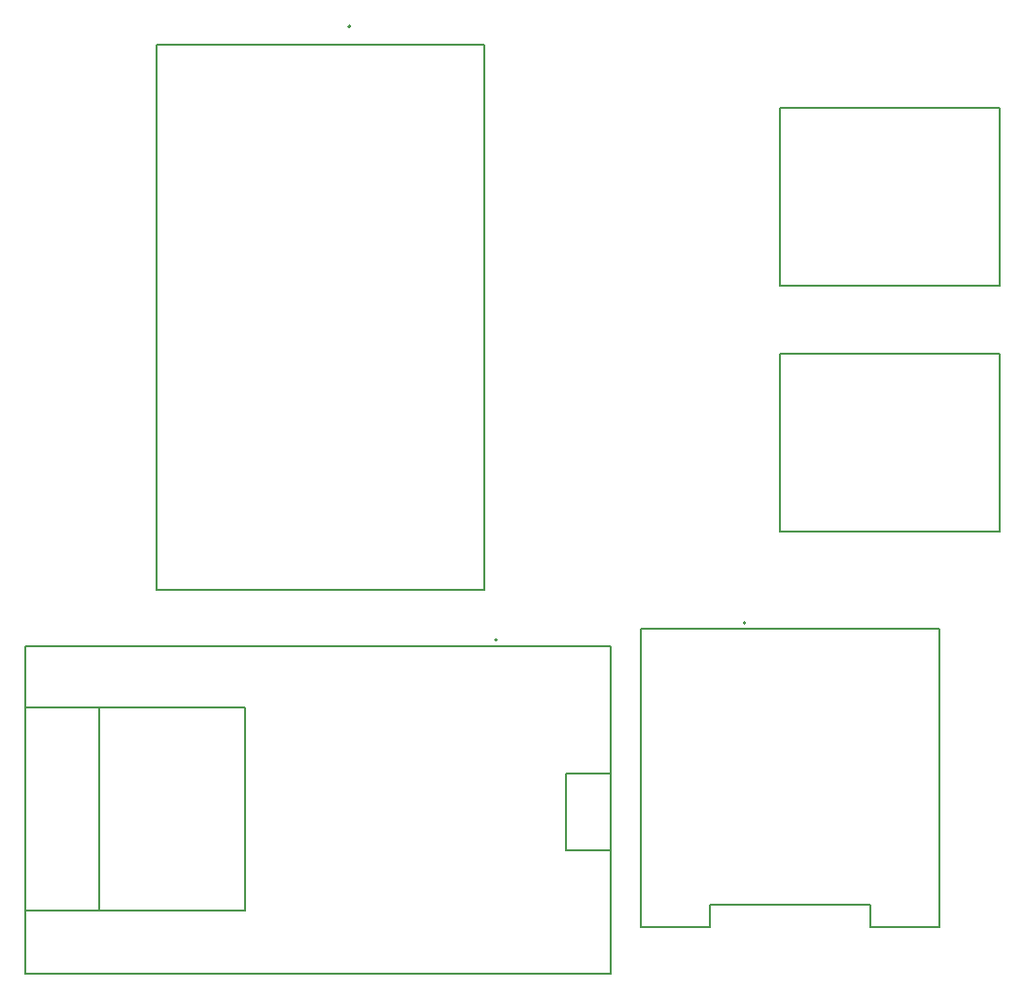
<source format=gbr>
%TF.GenerationSoftware,Altium Limited,Altium Designer,23.10.1 (27)*%
G04 Layer_Color=16711935*
%FSLAX26Y26*%
%MOIN*%
%TF.SameCoordinates,68AA919C-6303-421A-99F6-747A19599157*%
%TF.FilePolarity,Positive*%
%TF.FileFunction,Other,Mechanical_13*%
%TF.Part,Single*%
G01*
G75*
%TA.AperFunction,NonConductor*%
%ADD40C,0.007874*%
%ADD45C,0.005000*%
D40*
X1724764Y1669646D02*
G03*
X1724764Y1669646I-3937J0D01*
G01*
X2576457Y1726496D02*
G03*
X2576457Y1726496I-3937J0D01*
G01*
X1222362Y3773819D02*
G03*
X1222362Y3773819I-3937J0D01*
G01*
D45*
X2112952Y1211418D02*
Y1647204D01*
Y947204D02*
Y1211418D01*
Y524764D02*
Y947204D01*
X107048Y1647204D02*
X2112952D01*
X107048Y524764D02*
X2112952D01*
X107048Y1435788D02*
Y1647204D01*
Y739330D02*
Y1435788D01*
Y524764D02*
Y739330D01*
Y1435788D02*
X362560D01*
X859804D01*
Y739330D02*
Y1435788D01*
X362560Y739330D02*
X859804D01*
X107048D02*
X362560D01*
Y1435788D01*
X1959804Y947204D02*
X2112952D01*
X1959804D02*
Y1211418D01*
X2112952D01*
X2218190Y1706812D02*
X3241812D01*
Y683190D02*
Y1706812D01*
X3005590Y683190D02*
X3241812D01*
X2218190D02*
X2454410D01*
X2218190D02*
Y1706812D01*
X2454410Y683190D02*
Y761930D01*
X3005590D01*
Y683190D02*
Y761930D01*
X2694016Y2041102D02*
X3445984D01*
Y2651338D01*
X2694016D02*
X3445984D01*
X2694016Y2041102D02*
Y2651338D01*
Y2884882D02*
Y3495118D01*
X3445984D01*
Y2884882D02*
Y3495118D01*
X2694016Y2884882D02*
X3445984D01*
X558976Y3710040D02*
X1681024D01*
X558976Y1839960D02*
Y3710040D01*
Y1839960D02*
X1681024D01*
Y3710040D01*
%TF.MD5,657e2365ab546f20f1966c4c0f26b996*%
M02*

</source>
